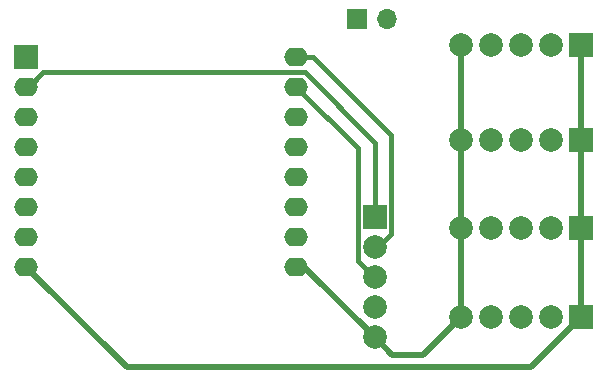
<source format=gbr>
%TF.GenerationSoftware,KiCad,Pcbnew,9.0.0*%
%TF.CreationDate,2025-04-22T12:49:47+02:00*%
%TF.ProjectId,stimawifi,7374696d-6177-4696-9669-2e6b69636164,rev?*%
%TF.SameCoordinates,Original*%
%TF.FileFunction,Copper,L2,Bot*%
%TF.FilePolarity,Positive*%
%FSLAX46Y46*%
G04 Gerber Fmt 4.6, Leading zero omitted, Abs format (unit mm)*
G04 Created by KiCad (PCBNEW 9.0.0) date 2025-04-22 12:49:47*
%MOMM*%
%LPD*%
G01*
G04 APERTURE LIST*
%TA.AperFunction,ComponentPad*%
%ADD10R,2.000000X2.000000*%
%TD*%
%TA.AperFunction,ComponentPad*%
%ADD11C,2.000000*%
%TD*%
%TA.AperFunction,ComponentPad*%
%ADD12O,2.000000X1.600000*%
%TD*%
%TA.AperFunction,ComponentPad*%
%ADD13R,1.700000X1.700000*%
%TD*%
%TA.AperFunction,ComponentPad*%
%ADD14O,1.700000X1.700000*%
%TD*%
%TA.AperFunction,Conductor*%
%ADD15C,0.508000*%
%TD*%
%TA.AperFunction,Conductor*%
%ADD16C,0.406400*%
%TD*%
G04 APERTURE END LIST*
D10*
%TO.P,J5,1,Pin_1*%
%TO.N,enc CLK*%
X182000000Y-74840000D03*
D11*
%TO.P,J5,2,Pin_2*%
%TO.N,enc A*%
X182000000Y-77380000D03*
%TO.P,J5,3,Pin_3*%
%TO.N,enc B*%
X182000000Y-79920000D03*
%TO.P,J5,4,Pin_4*%
%TO.N,GND*%
X182000000Y-82460000D03*
%TO.P,J5,5,Pin_5*%
%TO.N,5v*%
X182000000Y-85000000D03*
%TD*%
D10*
%TO.P,U1,1,~{RST}*%
%TO.N,Net-(J8-Pin_1)*%
X152500000Y-61220000D03*
D12*
%TO.P,U1,2,A0*%
%TO.N,enc CLK*%
X152500000Y-63760000D03*
%TO.P,U1,3,D0*%
%TO.N,unconnected-(U1-D0-Pad3)*%
X152500000Y-66300000D03*
%TO.P,U1,4,SCK/D5*%
%TO.N,unconnected-(U1-SCK{slash}D5-Pad4)*%
X152500000Y-68840000D03*
%TO.P,U1,5,MISO/D6*%
%TO.N,unconnected-(U1-MISO{slash}D6-Pad5)*%
X152500000Y-71380000D03*
%TO.P,U1,6,MOSI/D7*%
%TO.N,unconnected-(U1-MOSI{slash}D7-Pad6)*%
X152500000Y-73920000D03*
%TO.P,U1,7,CS/D8*%
%TO.N,unconnected-(U1-CS{slash}D8-Pad7)*%
X152500000Y-76460000D03*
%TO.P,U1,8,3V3*%
%TO.N,3v3*%
X152500000Y-79000000D03*
%TO.P,U1,9,5V*%
%TO.N,5v*%
X175360000Y-79000000D03*
%TO.P,U1,10,GND*%
%TO.N,GND*%
X175360000Y-76460000D03*
%TO.P,U1,11,D4*%
%TO.N,unconnected-(U1-D4-Pad11)*%
X175360000Y-73920000D03*
%TO.P,U1,12,D3*%
%TO.N,unconnected-(U1-D3-Pad12)*%
X175360000Y-71380000D03*
%TO.P,U1,13,SDA/D2*%
%TO.N,SDA*%
X175360000Y-68840000D03*
%TO.P,U1,14,SCL/D1*%
%TO.N,SCL*%
X175360000Y-66300000D03*
%TO.P,U1,15,RX*%
%TO.N,enc B*%
X175360000Y-63760000D03*
%TO.P,U1,16,TX*%
%TO.N,enc A*%
X175360000Y-61220000D03*
%TD*%
D10*
%TO.P,J4,1,Pin_1*%
%TO.N,3v3*%
X199500000Y-60250000D03*
D11*
%TO.P,J4,2,Pin_2*%
%TO.N,SCL*%
X196960000Y-60250000D03*
%TO.P,J4,3,Pin_3*%
%TO.N,GND*%
X194420000Y-60250000D03*
%TO.P,J4,4,Pin_4*%
%TO.N,SDA*%
X191880000Y-60250000D03*
%TO.P,J4,5,Pin_5*%
%TO.N,5v*%
X189340000Y-60250000D03*
%TD*%
D13*
%TO.P,J8,1,Pin_1*%
%TO.N,Net-(J8-Pin_1)*%
X180500000Y-58000000D03*
D14*
%TO.P,J8,2,Pin_2*%
%TO.N,GND*%
X183040000Y-58000000D03*
%TD*%
D10*
%TO.P,J3,1,Pin_1*%
%TO.N,3v3*%
X199500000Y-68250000D03*
D11*
%TO.P,J3,2,Pin_2*%
%TO.N,SCL*%
X196960000Y-68250000D03*
%TO.P,J3,3,Pin_3*%
%TO.N,GND*%
X194420000Y-68250000D03*
%TO.P,J3,4,Pin_4*%
%TO.N,SDA*%
X191880000Y-68250000D03*
%TO.P,J3,5,Pin_5*%
%TO.N,5v*%
X189340000Y-68250000D03*
%TD*%
D10*
%TO.P,J1,1,Pin_1*%
%TO.N,3v3*%
X199500000Y-83250000D03*
D11*
%TO.P,J1,2,Pin_2*%
%TO.N,SCL*%
X196960000Y-83250000D03*
%TO.P,J1,3,Pin_3*%
%TO.N,GND*%
X194420000Y-83250000D03*
%TO.P,J1,4,Pin_4*%
%TO.N,SDA*%
X191880000Y-83250000D03*
%TO.P,J1,5,Pin_5*%
%TO.N,5v*%
X189340000Y-83250000D03*
%TD*%
D10*
%TO.P,J2,1,Pin_1*%
%TO.N,3v3*%
X199500000Y-75750000D03*
D11*
%TO.P,J2,2,Pin_2*%
%TO.N,SCL*%
X196960000Y-75750000D03*
%TO.P,J2,3,Pin_3*%
%TO.N,GND*%
X194420000Y-75750000D03*
%TO.P,J2,4,Pin_4*%
%TO.N,SDA*%
X191880000Y-75750000D03*
%TO.P,J2,5,Pin_5*%
%TO.N,5v*%
X189340000Y-75750000D03*
%TD*%
D15*
%TO.N,3v3*%
X199500000Y-83250000D02*
X199500000Y-75750000D01*
X195250000Y-87500000D02*
X199500000Y-83250000D01*
X199500000Y-75750000D02*
X199500000Y-68250000D01*
X152500000Y-79000000D02*
X161000000Y-87500000D01*
X199500000Y-68250000D02*
X199500000Y-60250000D01*
X161000000Y-87500000D02*
X195250000Y-87500000D01*
%TO.N,5v*%
X175360000Y-79000000D02*
X176000000Y-79000000D01*
X182000000Y-85000000D02*
X183500000Y-86500000D01*
X189340000Y-75750000D02*
X189340000Y-68250000D01*
X189340000Y-68250000D02*
X189340000Y-60250000D01*
X189340000Y-83250000D02*
X189340000Y-75750000D01*
X186090000Y-86500000D02*
X189340000Y-83250000D01*
X176000000Y-79000000D02*
X182000000Y-85000000D01*
X183500000Y-86500000D02*
X186090000Y-86500000D01*
D16*
%TO.N,enc A*%
X183404200Y-76244200D02*
X182268400Y-77380000D01*
X175360000Y-61220000D02*
X176766400Y-61220000D01*
X183404200Y-67857800D02*
X183404200Y-76244200D01*
X176766400Y-61220000D02*
X183404200Y-67857800D01*
X182268400Y-77380000D02*
X182000000Y-77380000D01*
%TO.N,enc CLK*%
X152700000Y-63760000D02*
X153904200Y-62555800D01*
X182000000Y-68497004D02*
X182000000Y-74840000D01*
X176058796Y-62555800D02*
X182000000Y-68497004D01*
X152500000Y-63760000D02*
X152700000Y-63760000D01*
X153904200Y-62555800D02*
X176058796Y-62555800D01*
%TO.N,enc B*%
X175360000Y-63760000D02*
X180595800Y-68995800D01*
X180595800Y-68995800D02*
X180595800Y-78515800D01*
X180595800Y-78515800D02*
X182000000Y-79920000D01*
%TD*%
M02*

</source>
